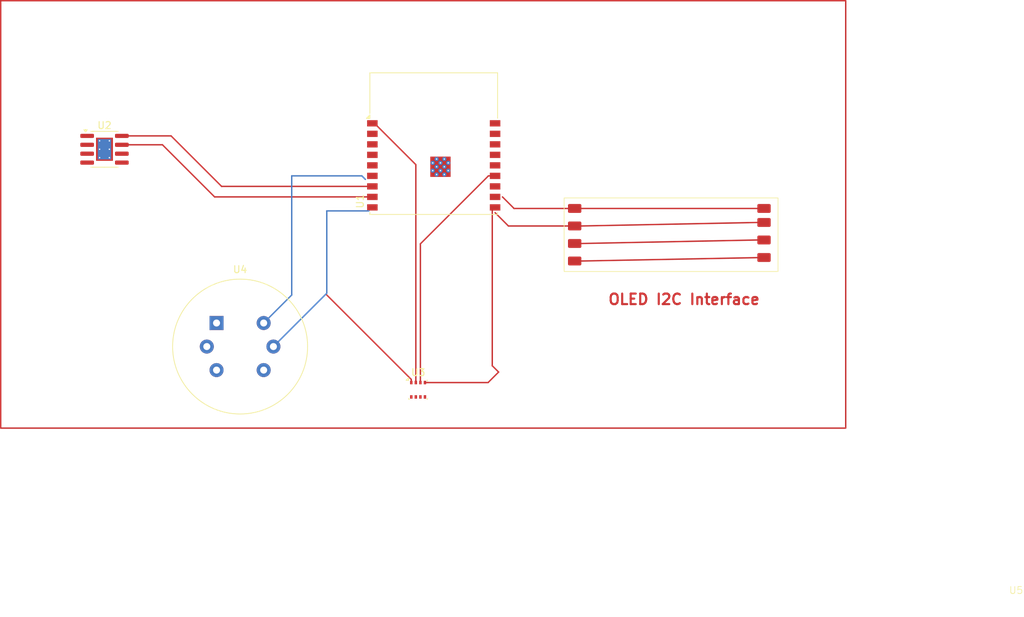
<source format=kicad_pcb>
(kicad_pcb (version 20241229) (generator "pcbnew") (generator_version "9.0")
  (layers (0 "F.Cu" signal) (2 "B.Cu" signal) (13 "F.Paste" user) (15 "B.Paste" user) (5 "F.SilkS" user "F.Silkscreen") (7 "B.SilkS" user "B.Silkscreen") (1 "F.Mask" user) (3 "B.Mask" user) (25 "Edge.Cuts" user))
  (net 0 "")
  (net 4 "Net-(.4-5V-)")
  (net 9 "Net-(U1-IO8)")
  (net 13 "Net-(U1-IO9)")
  (net 14 "Net-(U1-IO7)")
  (net 15 "Net-(U1-IO10)")
  (net 16 "Net-(U1-IO6)")
  (net 17 "Net-(U1-IO18)")
  (net 18 "Net-(U1-3V3)")
  (net 19 "Net-(.4-3.7V_input+)")
  (net 21 "SOLAR A-")
  (net 23 "Net-(D1-K)")
  (net 26 "Net-(.4-5V+)")
  (footprint "Package_LGA:Bosch_LGA-8_2.5x2.5mm_P0.65mm_ClockwisePinNumbering" (layer "F.Cu") (at 181.525 144.525)
    (property "Reference" "U3" (at 0.015 -2.465 0) (layer "F.SilkS"))
    (property "Value" "BME280")
    (fp_line (start -1.35 1.35) (end -1.35 1.2) (stroke (width 0.1)) (layer "F.SilkS"))
    (fp_line (start -1.35 1.36) (end -1.2 1.36) (stroke (width 0.1)) (layer "F.SilkS"))
    (fp_line (start 1.2 -1.35) (end 1.35 -1.35) (stroke (width 0.1)) (layer "F.SilkS"))
    (fp_line (start 1.35 -1.35) (end 1.35 -1.2) (stroke (width 0.1)) (layer "F.SilkS"))
    (fp_line (start 1.35 1.35) (end 1.2 1.35) (stroke (width 0.1)) (layer "F.SilkS"))
    (fp_line (start 1.35 1.35) (end 1.35 1.2) (stroke (width 0.1)) (layer "F.SilkS"))
    (fp_poly (pts (xy -1.35 -1.35) (xy -1.71 -1.35) (xy -1.35 -1.71) (xy -1.35 -1.35)) (stroke (width 0.12)) (fill yes) (layer "F.SilkS"))
    (pad "1" smd rect (at -0.975 -1.025 90) (size 0.5 0.35) (layers "F.Cu" "F.Mask" "F.Paste") (net 4 "Net-(.4-5V-)"))
    (pad "2" smd rect (at -0.325 -1.025 90) (size 0.5 0.35) (layers "F.Cu" "F.Mask" "F.Paste") (net 18 "Net-(U1-3V3)"))
    (pad "3" smd rect (at 0.325 -1.025 90) (size 0.5 0.35) (layers "F.Cu" "F.Mask" "F.Paste") (net 17 "Net-(U1-IO18)"))
    (pad "4" smd rect (at 0.975 -1.025 90) (size 0.5 0.35) (layers "F.Cu" "F.Mask" "F.Paste") (net 15 "Net-(U1-IO10)"))
    (pad "5" smd rect (at 0.975 1.025 90) (size 0.5 0.35) (layers "F.Cu" "F.Mask" "F.Paste"))
    (pad "6" smd rect (at 0.325 1.025 90) (size 0.5 0.35) (layers "F.Cu" "F.Mask" "F.Paste") (net 18 "Net-(U1-3V3)"))
    (pad "7" smd rect (at -0.325 1.025 90) (size 0.5 0.35) (layers "F.Cu" "F.Mask" "F.Paste") (net 4 "Net-(.4-5V-)"))
    (pad "8" smd rect (at -0.975 1.025 90) (size 0.5 0.35) (layers "F.Cu" "F.Mask" "F.Paste") (net 18 "Net-(U1-3V3)"))
  )
  (footprint "RF_Module:ESP32-C3-WROOM-02" (layer "F.Cu") (at 183.75 112.5)
    (property "Reference" "U1" (at -10.5 5.13 90) (layer "F.SilkS"))
    (property "Value" "ESP32-C3-WROOM-02")
    (fp_line (start -9.11 -13.21) (end -9.11 -7.4) (stroke (width 0.12)) (layer "F.SilkS"))
    (fp_line (start -9.11 -13.21) (end 9.11 -13.21) (stroke (width 0.12)) (layer "F.SilkS"))
    (fp_line (start -9.11 6.71) (end -9.11 7.01) (stroke (width 0.12)) (layer "F.SilkS"))
    (fp_line (start -9.11 7.01) (end 9.11 7.01) (stroke (width 0.12)) (layer "F.SilkS"))
    (fp_line (start 9.11 -13.21) (end 9.11 -6.71) (stroke (width 0.12)) (layer "F.SilkS"))
    (fp_line (start 9.11 6.71) (end 9.11 7.01) (stroke (width 0.12)) (layer "F.SilkS"))
    (fp_poly (pts (xy -9.1 -6.7) (xy -9.6 -6.7) (xy -9.1 -7.2) (xy -9.1 -6.7)) (stroke (width 0.12)) (fill yes) (layer "F.SilkS"))
    (pad "1" smd rect (at -8.75 -6) (size 1.5 0.9) (layers "F.Cu" "F.Mask" "F.Paste") (net 18 "Net-(U1-3V3)"))
    (pad "2" smd rect (at -8.75 -4.5) (size 1.5 0.9) (layers "F.Cu" "F.Mask" "F.Paste"))
    (pad "3" smd rect (at -8.75 -3) (size 1.5 0.9) (layers "F.Cu" "F.Mask" "F.Paste"))
    (pad "4" smd rect (at -8.75 -1.5) (size 1.5 0.9) (layers "F.Cu" "F.Mask" "F.Paste"))
    (pad "5" smd rect (at -8.75 0) (size 1.5 0.9) (layers "F.Cu" "F.Mask" "F.Paste") (net 16 "Net-(U1-IO6)"))
    (pad "6" smd rect (at -8.75 1.5) (size 1.5 0.9) (layers "F.Cu" "F.Mask" "F.Paste") (net 14 "Net-(U1-IO7)"))
    (pad "7" smd rect (at -8.75 3) (size 1.5 0.9) (layers "F.Cu" "F.Mask" "F.Paste") (net 9 "Net-(U1-IO8)"))
    (pad "8" smd rect (at -8.75 4.5) (size 1.5 0.9) (layers "F.Cu" "F.Mask" "F.Paste") (net 13 "Net-(U1-IO9)"))
    (pad "9" smd rect (at -8.75 6) (size 1.5 0.9) (layers "F.Cu" "F.Mask" "F.Paste") (net 4 "Net-(.4-5V-)"))
    (pad "10" smd rect (at 8.75 6) (size 1.5 0.9) (layers "F.Cu" "F.Mask" "F.Paste") (net 15 "Net-(U1-IO10)"))
    (pad "11" smd rect (at 8.75 4.5) (size 1.5 0.9) (layers "F.Cu" "F.Mask" "F.Paste"))
    (pad "12" smd rect (at 8.75 3) (size 1.5 0.9) (layers "F.Cu" "F.Mask" "F.Paste"))
    (pad "13" smd rect (at 8.75 1.5) (size 1.5 0.9) (layers "F.Cu" "F.Mask" "F.Paste") (net 17 "Net-(U1-IO18)"))
    (pad "14" smd rect (at 8.75 0) (size 1.5 0.9) (layers "F.Cu" "F.Mask" "F.Paste"))
    (pad "15" smd rect (at 8.75 -1.5) (size 1.5 0.9) (layers "F.Cu" "F.Mask" "F.Paste"))
    (pad "16" smd rect (at 8.75 -3) (size 1.5 0.9) (layers "F.Cu" "F.Mask" "F.Paste"))
    (pad "17" smd rect (at 8.75 -4.5) (size 1.5 0.9) (layers "F.Cu" "F.Mask" "F.Paste"))
    (pad "18" smd rect (at 8.75 -6) (size 1.5 0.9) (layers "F.Cu" "F.Mask" "F.Paste"))
    (pad "19" thru_hole circle (at -0.14 -0.35) (size 0.6 0.6) (drill 0.2) (property pad_prop_heatsink) (layers "*.Cu" "F.Mask") (net 4 "Net-(.4-5V-)"))
    (pad "19" thru_hole circle (at -0.14 0.75) (size 0.6 0.6) (drill 0.2) (property pad_prop_heatsink) (layers "*.Cu" "F.Mask") (net 4 "Net-(.4-5V-)"))
    (pad "19" thru_hole circle (at 0.41 -0.9) (size 0.6 0.6) (drill 0.2) (property pad_prop_heatsink) (layers "*.Cu" "F.Mask") (net 4 "Net-(.4-5V-)"))
    (pad "19" thru_hole circle (at 0.41 0.2) (size 0.6 0.6) (drill 0.2) (property pad_prop_heatsink) (layers "*.Cu" "F.Mask") (net 4 "Net-(.4-5V-)"))
    (pad "19" thru_hole circle (at 0.41 1.3) (size 0.6 0.6) (drill 0.2) (property pad_prop_heatsink) (layers "*.Cu" "F.Mask") (net 4 "Net-(.4-5V-)"))
    (pad "19" thru_hole circle (at 0.96 -0.35) (size 0.6 0.6) (drill 0.2) (property pad_prop_heatsink) (layers "*.Cu" "F.Mask") (net 4 "Net-(.4-5V-)"))
    (pad "19" smd rect (at 0.96 0.2) (size 2.9 2.9) (property pad_prop_heatsink) (layers "F.Cu" "F.Mask") (net 4 "Net-(.4-5V-)"))
    (pad "19" thru_hole circle (at 0.96 0.75) (size 0.6 0.6) (drill 0.2) (property pad_prop_heatsink) (layers "*.Cu" "F.Mask") (net 4 "Net-(.4-5V-)"))
    (pad "19" thru_hole circle (at 1.51 -0.9) (size 0.6 0.6) (drill 0.2) (property pad_prop_heatsink) (layers "*.Cu" "F.Mask") (net 4 "Net-(.4-5V-)"))
    (pad "19" thru_hole circle (at 1.51 0.2) (size 0.6 0.6) (drill 0.2) (property pad_prop_heatsink) (layers "*.Cu" "F.Mask") (net 4 "Net-(.4-5V-)"))
    (pad "19" thru_hole circle (at 1.51 1.3) (size 0.6 0.6) (drill 0.2) (property pad_prop_heatsink) (layers "*.Cu" "F.Mask") (net 4 "Net-(.4-5V-)"))
    (pad "19" thru_hole circle (at 2.06 -0.35) (size 0.6 0.6) (drill 0.2) (property pad_prop_heatsink) (layers "*.Cu" "F.Mask") (net 4 "Net-(.4-5V-)"))
    (pad "19" thru_hole circle (at 2.06 0.75) (size 0.6 0.6) (drill 0.2) (property pad_prop_heatsink) (layers "*.Cu" "F.Mask") (net 4 "Net-(.4-5V-)"))
  )
  (footprint "FOOT:Untitled" (layer "F.Cu") (at 202.35 128.65)
    (property "Reference" "U5" (at 64.45 44.5 0) (layer "F.SilkS") (effects (font (thickness 0.1))))
    (property "Value" "~")
    (fp_line (start 2.4525 -10) (end 27.5475 -10) (stroke (width 0.2)) (layer "F.Cu"))
    (fp_line (start 2.4525 -7.5) (end 27.5475 -8) (stroke (width 0.2)) (layer "F.Cu"))
    (fp_line (start 2.4525 -5) (end 27.5475 -5.5) (stroke (width 0.2)) (layer "F.Cu"))
    (fp_line (start 2.4525 -2.5) (end 28.5 -3) (stroke (width 0.2)) (layer "F.Cu"))
    (fp_rect (start 0 -11.5) (end 30.5 -1) (stroke (width 0.1)) (fill no) (layer "F.SilkS"))
    (pad "1" smd roundrect (at 1.5 -10) (size 1.905 1.27) (layers "F.Cu" "F.Mask" "F.Paste") (roundrect_rratio 0.15))
    (pad "2" smd roundrect (at 1.5 -7.5) (size 1.905 1.27) (layers "F.Cu" "F.Mask" "F.Paste") (roundrect_rratio 0.15))
    (pad "3" smd roundrect (at 1.5 -5) (size 1.905 1.27) (layers "F.Cu" "F.Mask" "F.Paste") (roundrect_rratio 0.15))
    (pad "4" smd roundrect (at 1.5 -2.5) (size 1.905 1.27) (layers "F.Cu" "F.Mask" "F.Paste") (roundrect_rratio 0.15))
    (pad "5" smd roundrect (at 28.5 -10) (size 1.905 1.27) (layers "F.Cu" "F.Mask" "F.Paste") (roundrect_rratio 0.15))
    (pad "6" smd roundrect (at 28.5 -8) (size 1.905 1.27) (layers "F.Cu" "F.Mask" "F.Paste") (roundrect_rratio 0.15))
    (pad "7" smd roundrect (at 28.5 -5.5) (size 1.905 1.27) (layers "F.Cu" "F.Mask" "F.Paste") (roundrect_rratio 0.15))
    (pad "8" smd roundrect (at 28.5 -3) (size 1.905 1.27) (layers "F.Cu" "F.Mask" "F.Paste") (roundrect_rratio 0.15))
  )
  (footprint "Package_SO:SOIC-8-1EP_3.9x4.9mm_P1.27mm_EP2.41x3.3mm_ThermalVias" (layer "F.Cu") (at 136.8 110.2)
    (property "Reference" "U2" (at 0 -3.4 0) (layer "F.SilkS"))
    (property "Value" "TP4056-42-ESOP8")
    (fp_line (start 0 -2.56) (end -1.95 -2.56) (stroke (width 0.12)) (layer "F.SilkS"))
    (fp_line (start 0 -2.56) (end 1.95 -2.56) (stroke (width 0.12)) (layer "F.SilkS"))
    (fp_line (start 0 2.56) (end -1.95 2.56) (stroke (width 0.12)) (layer "F.SilkS"))
    (fp_line (start 0 2.56) (end 1.95 2.56) (stroke (width 0.12)) (layer "F.SilkS"))
    (fp_poly (pts (xy -2.7 -2.465) (xy -2.94 -2.795) (xy -2.46 -2.795) (xy -2.7 -2.465)) (stroke (width 0.12)) (fill yes) (layer "F.SilkS"))
    (pad "1" smd roundrect (at -2.475 -1.905) (size 1.95 0.6) (layers "F.Cu" "F.Mask" "F.Paste") (net 21 "SOLAR A-"))
    (pad "2" smd roundrect (at -2.475 -0.635) (size 1.95 0.6) (layers "F.Cu" "F.Mask" "F.Paste"))
    (pad "3" smd roundrect (at -2.475 0.635) (size 1.95 0.6) (layers "F.Cu" "F.Mask" "F.Paste") (net 21 "SOLAR A-"))
    (pad "4" smd roundrect (at -2.475 1.905) (size 1.95 0.6) (layers "F.Cu" "F.Mask" "F.Paste") (net 23 "Net-(D1-K)"))
    (pad "5" smd roundrect (at 2.475 1.905) (size 1.95 0.6) (layers "F.Cu" "F.Mask" "F.Paste") (net 19 "Net-(.4-3.7V_input+)"))
    (pad "6" smd roundrect (at 2.475 0.635) (size 1.95 0.6) (layers "F.Cu" "F.Mask" "F.Paste"))
    (pad "7" smd roundrect (at 2.475 -0.635) (size 1.95 0.6) (layers "F.Cu" "F.Mask" "F.Paste") (net 13 "Net-(U1-IO9)"))
    (pad "8" smd roundrect (at 2.475 -1.905) (size 1.95 0.6) (layers "F.Cu" "F.Mask" "F.Paste") (net 9 "Net-(U1-IO8)"))
    (pad "9" thru_hole circle (at -0.7 -1.2) (size 0.5 0.5) (drill 0.2) (property pad_prop_heatsink) (layers "*.Cu"))
    (pad "9" thru_hole circle (at -0.7 0) (size 0.5 0.5) (drill 0.2) (property pad_prop_heatsink) (layers "*.Cu"))
    (pad "9" thru_hole circle (at -0.7 1.2) (size 0.5 0.5) (drill 0.2) (property pad_prop_heatsink) (layers "*.Cu"))
    (pad "9" smd rect (at 0 0) (size 1.9 2.9) (property pad_prop_heatsink) (layers "B.Cu"))
    (pad "9" smd rect (at 0 0) (size 2.41 3.3) (property pad_prop_heatsink) (layers "F.Cu" "F.Mask"))
    (pad "9" thru_hole circle (at 0.7 -1.2) (size 0.5 0.5) (drill 0.2) (property pad_prop_heatsink) (layers "*.Cu"))
    (pad "9" thru_hole circle (at 0.7 0) (size 0.5 0.5) (drill 0.2) (property pad_prop_heatsink) (layers "*.Cu"))
    (pad "9" thru_hole circle (at 0.7 1.2) (size 0.5 0.5) (drill 0.2) (property pad_prop_heatsink) (layers "*.Cu"))
  )
  (footprint "Sensor:MQ-6" (layer "F.Cu") (at 152.78 135)
    (property "Reference" "U4" (at 3.36 -7.64 0) (layer "F.SilkS"))
    (property "Value" "MQ-135_edited")
    (fp_circle (center 3.36 3.36) (end 12.985 3.36) (stroke (width 0.12)) (fill no) (layer "F.SilkS"))
    (pad "1" thru_hole rect (at 0 0) (size 2 2) (drill 1) (layers "*.Cu" "*.Mask"))
    (pad "2" thru_hole circle (at -1.39 3.36) (size 2 2) (drill 1) (layers "*.Cu" "*.Mask") (net 26 "Net-(.4-5V+)"))
    (pad "3" thru_hole circle (at 0 6.72 90) (size 2 2) (drill 1) (layers "*.Cu" "*.Mask"))
    (pad "4" thru_hole circle (at 6.72 6.72 180) (size 2 2) (drill 1) (layers "*.Cu" "*.Mask"))
    (pad "5" thru_hole circle (at 8.11 3.36) (size 2 2) (drill 1) (layers "*.Cu" "*.Mask") (net 4 "Net-(.4-5V-)"))
    (pad "6" thru_hole circle (at 6.72 0 270) (size 2 2) (drill 1) (layers "*.Cu" "*.Mask") (net 14 "Net-(U1-IO7)"))
  )
  (gr_rect (start 122 89) (end 242.5 150) (stroke (width 0.2)) (fill no) (layer "F.Cu"))
  (gr_text "OLED I2C Interface" (at 208.5 132.5 0) (layer "F.Cu") (effects (font (size 1.5 1.5) (thickness 0.3) (bold yes)) (justify left bottom)))
  (segment (start 203.85 121.15) (end 194.399 121.15) (width 0.2) (layer "F.Cu") (net 0))
  (segment (start 194.399 121.15) (end 192.5 119.251) (width 0.2) (layer "F.Cu") (net 0))
  (segment (start 195.201 118.65) (end 193.551 117) (width 0.2) (layer "F.Cu") (net 0))
  (segment (start 203.85 118.65) (end 195.201 118.65) (width 0.2) (layer "F.Cu") (net 0))
  (segment (start 180.55 143.5) (end 180.55 143.05) (width 0.2) (layer "F.Cu") (net 4))
  (segment (start 180.55 143.05) (end 168.5 131) (width 0.2) (layer "F.Cu") (net 4))
  (segment (start 160.89 138.36) (end 168.5 130.75) (width 0.2) (layer "B.Cu") (net 4))
  (segment (start 168.5 130.75) (end 168.5 119) (width 0.2) (layer "B.Cu") (net 4))
  (segment (start 168.5 119) (end 174.5 119) (width 0.2) (layer "B.Cu") (net 4))
  (segment (start 139.275 108.295) (end 146.295 108.295) (width 0.2) (layer "F.Cu") (net 9))
  (segment (start 146.295 108.295) (end 153.5 115.5) (width 0.2) (layer "F.Cu") (net 9))
  (segment (start 153.5 115.5) (end 175 115.5) (width 0.2) (layer "F.Cu") (net 9))
  (segment (start 145.065 109.565) (end 152.5 117) (width 0.2) (layer "F.Cu") (net 13))
  (segment (start 152.5 117) (end 175 117) (width 0.2) (layer "F.Cu") (net 13))
  (segment (start 139.275 109.565) (end 145.065 109.565) (width 0.2) (layer "F.Cu") (net 13))
  (segment (start 163.5 114) (end 173.5 114) (width 0.2) (layer "B.Cu") (net 14))
  (segment (start 159.5 135) (end 163.5 131) (width 0.2) (layer "B.Cu") (net 14))
  (segment (start 173.5 114) (end 174 114.5) (width 0.2) (layer "B.Cu") (net 14))
  (segment (start 163.5 131) (end 163.5 114) (width 0.2) (layer "B.Cu") (net 14))
  (segment (start 192.099 118.901) (end 192.099 141.099) (width 0.2) (layer "F.Cu") (net 15))
  (segment (start 191.5 143.5) (end 182.5 143.5) (width 0.2) (layer "F.Cu") (net 15))
  (segment (start 192.5 118.5) (end 192.099 118.901) (width 0.2) (layer "F.Cu") (net 15))
  (segment (start 193 142) (end 191.5 143.5) (width 0.2) (layer "F.Cu") (net 15))
  (segment (start 192.099 141.099) (end 193 142) (width 0.2) (layer "F.Cu") (net 15))
  (segment (start 181.85 143.5) (end 181.85 123.7) (width 0.2) (layer "F.Cu") (net 17))
  (segment (start 191.55 114) (end 192.5 114) (width 0.2) (layer "F.Cu") (net 17))
  (segment (start 181.85 123.7) (end 191.55 114) (width 0.2) (layer "F.Cu") (net 17))
  (segment (start 175 106.5) (end 175.3 106.5) (width 0.2) (layer "F.Cu") (net 18))
  (segment (start 175.3 106.5) (end 181.2 112.4) (width 0.2) (layer "F.Cu") (net 18))
  (segment (start 181.2 112.4) (end 181.2 143.5) (width 0.2) (layer "F.Cu") (net 18))
)
</source>
